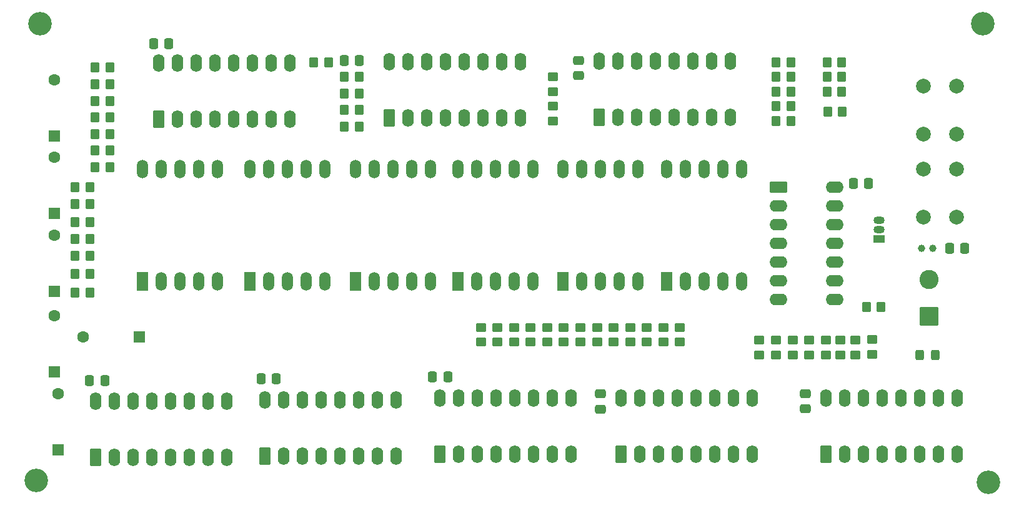
<source format=gbr>
%TF.GenerationSoftware,KiCad,Pcbnew,9.0.2*%
%TF.CreationDate,2025-11-07T18:09:28+05:30*%
%TF.ProjectId,v1,76312e6b-6963-4616-945f-706362585858,rev?*%
%TF.SameCoordinates,Original*%
%TF.FileFunction,Soldermask,Top*%
%TF.FilePolarity,Negative*%
%FSLAX46Y46*%
G04 Gerber Fmt 4.6, Leading zero omitted, Abs format (unit mm)*
G04 Created by KiCad (PCBNEW 9.0.2) date 2025-11-07 18:09:28*
%MOMM*%
%LPD*%
G01*
G04 APERTURE LIST*
G04 Aperture macros list*
%AMRoundRect*
0 Rectangle with rounded corners*
0 $1 Rounding radius*
0 $2 $3 $4 $5 $6 $7 $8 $9 X,Y pos of 4 corners*
0 Add a 4 corners polygon primitive as box body*
4,1,4,$2,$3,$4,$5,$6,$7,$8,$9,$2,$3,0*
0 Add four circle primitives for the rounded corners*
1,1,$1+$1,$2,$3*
1,1,$1+$1,$4,$5*
1,1,$1+$1,$6,$7*
1,1,$1+$1,$8,$9*
0 Add four rect primitives between the rounded corners*
20,1,$1+$1,$2,$3,$4,$5,0*
20,1,$1+$1,$4,$5,$6,$7,0*
20,1,$1+$1,$6,$7,$8,$9,0*
20,1,$1+$1,$8,$9,$2,$3,0*%
G04 Aperture macros list end*
%ADD10RoundRect,0.250000X-0.350000X-0.450000X0.350000X-0.450000X0.350000X0.450000X-0.350000X0.450000X0*%
%ADD11RoundRect,0.250000X0.550000X-0.950000X0.550000X0.950000X-0.550000X0.950000X-0.550000X-0.950000X0*%
%ADD12O,1.600000X2.400000*%
%ADD13RoundRect,0.250000X0.550000X-0.550000X0.550000X0.550000X-0.550000X0.550000X-0.550000X-0.550000X0*%
%ADD14C,1.600000*%
%ADD15RoundRect,0.250000X-0.337500X-0.475000X0.337500X-0.475000X0.337500X0.475000X-0.337500X0.475000X0*%
%ADD16RoundRect,0.250000X0.350000X0.450000X-0.350000X0.450000X-0.350000X-0.450000X0.350000X-0.450000X0*%
%ADD17RoundRect,0.250000X0.337500X0.475000X-0.337500X0.475000X-0.337500X-0.475000X0.337500X-0.475000X0*%
%ADD18RoundRect,0.250000X-0.450000X0.350000X-0.450000X-0.350000X0.450000X-0.350000X0.450000X0.350000X0*%
%ADD19R,1.524000X2.524000*%
%ADD20O,1.524000X2.524000*%
%ADD21RoundRect,0.250000X0.450000X-0.350000X0.450000X0.350000X-0.450000X0.350000X-0.450000X-0.350000X0*%
%ADD22RoundRect,0.250000X-0.475000X0.337500X-0.475000X-0.337500X0.475000X-0.337500X0.475000X0.337500X0*%
%ADD23RoundRect,0.250000X0.550000X0.550000X-0.550000X0.550000X-0.550000X-0.550000X0.550000X-0.550000X0*%
%ADD24C,3.200000*%
%ADD25RoundRect,0.250000X1.050000X-1.050000X1.050000X1.050000X-1.050000X1.050000X-1.050000X-1.050000X0*%
%ADD26C,2.600000*%
%ADD27R,1.500000X1.050000*%
%ADD28O,1.500000X1.050000*%
%ADD29RoundRect,0.250000X-0.950000X-0.550000X0.950000X-0.550000X0.950000X0.550000X-0.950000X0.550000X0*%
%ADD30O,2.400000X1.600000*%
%ADD31C,2.000000*%
%ADD32C,1.000000*%
%ADD33RoundRect,0.250000X0.325000X0.450000X-0.325000X0.450000X-0.325000X-0.450000X0.325000X-0.450000X0*%
G04 APERTURE END LIST*
D10*
%TO.C,R18*%
X58750000Y-74250000D03*
X60750000Y-74250000D03*
%TD*%
D11*
%TO.C,U8*%
X67380000Y-72250000D03*
D12*
X69920000Y-72250000D03*
X72460000Y-72250000D03*
X75000000Y-72250000D03*
X77540000Y-72250000D03*
X80080000Y-72250000D03*
X82620000Y-72250000D03*
X85160000Y-72250000D03*
X85160000Y-64630000D03*
X82620000Y-64630000D03*
X80080000Y-64630000D03*
X77540000Y-64630000D03*
X75000000Y-64630000D03*
X72460000Y-64630000D03*
X69920000Y-64630000D03*
X67380000Y-64630000D03*
%TD*%
D13*
%TO.C,D5*%
X53250000Y-85000000D03*
D14*
X53250000Y-77380000D03*
%TD*%
D15*
%TO.C,C6*%
X66635000Y-62000000D03*
X68710000Y-62000000D03*
%TD*%
D16*
%TO.C,R14*%
X58000000Y-93250000D03*
X56000000Y-93250000D03*
%TD*%
D17*
%TO.C,C1*%
X176575000Y-89750000D03*
X174500000Y-89750000D03*
%TD*%
D13*
%TO.C,D4*%
X53250000Y-95620000D03*
D14*
X53250000Y-88000000D03*
%TD*%
D10*
%TO.C,R11*%
X56000000Y-86250000D03*
X58000000Y-86250000D03*
%TD*%
%TO.C,R21*%
X58750000Y-67500000D03*
X60750000Y-67500000D03*
%TD*%
D18*
%TO.C,R50*%
X126750000Y-100500000D03*
X126750000Y-102500000D03*
%TD*%
%TO.C,R7*%
X157750000Y-102250000D03*
X157750000Y-104250000D03*
%TD*%
D19*
%TO.C,AFF3*%
X94000000Y-94240000D03*
D20*
X96540000Y-94240000D03*
X99080000Y-94240000D03*
X101620000Y-94240000D03*
X104160000Y-94240000D03*
X104160000Y-79000000D03*
X101620000Y-79000000D03*
X99080000Y-79000000D03*
X96540000Y-79000000D03*
X94000000Y-79000000D03*
%TD*%
D21*
%TO.C,R32*%
X115500000Y-102500000D03*
X115500000Y-100500000D03*
%TD*%
%TO.C,R2*%
X151000000Y-104250000D03*
X151000000Y-102250000D03*
%TD*%
D22*
%TO.C,C7*%
X127250000Y-109500000D03*
X127250000Y-111575000D03*
%TD*%
D23*
%TO.C,D6*%
X64750000Y-101750000D03*
D14*
X57130000Y-101750000D03*
%TD*%
D11*
%TO.C,U6*%
X81760000Y-118000000D03*
D12*
X84300000Y-118000000D03*
X86840000Y-118000000D03*
X89380000Y-118000000D03*
X91920000Y-118000000D03*
X94460000Y-118000000D03*
X97000000Y-118000000D03*
X99540000Y-118000000D03*
X99540000Y-110380000D03*
X97000000Y-110380000D03*
X94460000Y-110380000D03*
X91920000Y-110380000D03*
X89380000Y-110380000D03*
X86840000Y-110380000D03*
X84300000Y-110380000D03*
X81760000Y-110380000D03*
%TD*%
D19*
%TO.C,AFF2*%
X136170000Y-94240000D03*
D20*
X138710000Y-94240000D03*
X141250000Y-94240000D03*
X143790000Y-94240000D03*
X146330000Y-94240000D03*
X146330000Y-79000000D03*
X143790000Y-79000000D03*
X141250000Y-79000000D03*
X138710000Y-79000000D03*
X136170000Y-79000000D03*
%TD*%
D16*
%TO.C,R15*%
X58000000Y-95750000D03*
X56000000Y-95750000D03*
%TD*%
D10*
%TO.C,R27*%
X151000000Y-72500000D03*
X153000000Y-72500000D03*
%TD*%
D18*
%TO.C,R46*%
X135750000Y-100500000D03*
X135750000Y-102500000D03*
%TD*%
D24*
%TO.C,H1*%
X179000000Y-59250000D03*
%TD*%
D18*
%TO.C,R5*%
X159750000Y-102250000D03*
X159750000Y-104250000D03*
%TD*%
%TO.C,R44*%
X148750000Y-102250000D03*
X148750000Y-104250000D03*
%TD*%
D25*
%TO.C,J1*%
X171750000Y-99000000D03*
D26*
X171750000Y-94000000D03*
%TD*%
D10*
%TO.C,R43*%
X92500000Y-71000000D03*
X94500000Y-71000000D03*
%TD*%
D19*
%TO.C,AFF6*%
X65170000Y-94240000D03*
D20*
X67710000Y-94240000D03*
X70250000Y-94240000D03*
X72790000Y-94240000D03*
X75330000Y-94240000D03*
X75330000Y-79000000D03*
X72790000Y-79000000D03*
X70250000Y-79000000D03*
X67710000Y-79000000D03*
X65170000Y-79000000D03*
%TD*%
D13*
%TO.C,D7*%
X53250000Y-74500000D03*
D14*
X53250000Y-66880000D03*
%TD*%
D10*
%TO.C,R41*%
X92500000Y-68750000D03*
X94500000Y-68750000D03*
%TD*%
D18*
%TO.C,R47*%
X133500000Y-100500000D03*
X133500000Y-102500000D03*
%TD*%
D10*
%TO.C,R8*%
X163250000Y-97750000D03*
X165250000Y-97750000D03*
%TD*%
D16*
%TO.C,R39*%
X94500000Y-66500000D03*
X92500000Y-66500000D03*
%TD*%
D21*
%TO.C,R33*%
X117750000Y-102500000D03*
X117750000Y-100500000D03*
%TD*%
D22*
%TO.C,C9*%
X124250000Y-64250000D03*
X124250000Y-66325000D03*
%TD*%
%TO.C,C2*%
X155000000Y-109462500D03*
X155000000Y-111537500D03*
%TD*%
D10*
%TO.C,R51*%
X158000000Y-71250000D03*
X160000000Y-71250000D03*
%TD*%
D11*
%TO.C,U3*%
X105470000Y-117750000D03*
D12*
X108010000Y-117750000D03*
X110550000Y-117750000D03*
X113090000Y-117750000D03*
X115630000Y-117750000D03*
X118170000Y-117750000D03*
X120710000Y-117750000D03*
X123250000Y-117750000D03*
X123250000Y-110130000D03*
X120710000Y-110130000D03*
X118170000Y-110130000D03*
X115630000Y-110130000D03*
X113090000Y-110130000D03*
X110550000Y-110130000D03*
X108010000Y-110130000D03*
X105470000Y-110130000D03*
%TD*%
D10*
%TO.C,R12*%
X56000000Y-88500000D03*
X58000000Y-88500000D03*
%TD*%
D13*
%TO.C,D3*%
X53750000Y-117120000D03*
D14*
X53750000Y-109500000D03*
%TD*%
D27*
%TO.C,Q2*%
X165000000Y-88540000D03*
D28*
X165000000Y-87270000D03*
X165000000Y-86000000D03*
%TD*%
D10*
%TO.C,R42*%
X92500000Y-73250000D03*
X94500000Y-73250000D03*
%TD*%
D15*
%TO.C,C10*%
X92462500Y-64250000D03*
X94537500Y-64250000D03*
%TD*%
D21*
%TO.C,R36*%
X124500000Y-102500000D03*
X124500000Y-100500000D03*
%TD*%
D29*
%TO.C,U10*%
X151380000Y-81460000D03*
D30*
X151380000Y-84000000D03*
X151380000Y-86540000D03*
X151380000Y-89080000D03*
X151380000Y-91620000D03*
X151380000Y-94160000D03*
X151380000Y-96700000D03*
X159000000Y-96700000D03*
X159000000Y-94160000D03*
X159000000Y-91620000D03*
X159000000Y-89080000D03*
X159000000Y-86540000D03*
X159000000Y-84000000D03*
X159000000Y-81460000D03*
%TD*%
D16*
%TO.C,R29*%
X159912500Y-66500000D03*
X157912500Y-66500000D03*
%TD*%
D11*
%TO.C,U5*%
X98610000Y-72060000D03*
D12*
X101150000Y-72060000D03*
X103690000Y-72060000D03*
X106230000Y-72060000D03*
X108770000Y-72060000D03*
X111310000Y-72060000D03*
X113850000Y-72060000D03*
X116390000Y-72060000D03*
X116390000Y-64440000D03*
X113850000Y-64440000D03*
X111310000Y-64440000D03*
X108770000Y-64440000D03*
X106230000Y-64440000D03*
X103690000Y-64440000D03*
X101150000Y-64440000D03*
X98610000Y-64440000D03*
%TD*%
D15*
%TO.C,C8*%
X104462500Y-107250000D03*
X106537500Y-107250000D03*
%TD*%
D31*
%TO.C,SW1*%
X171000000Y-74250000D03*
X171000000Y-67750000D03*
X175500000Y-74250000D03*
X175500000Y-67750000D03*
%TD*%
D18*
%TO.C,R48*%
X131250000Y-100500000D03*
X131250000Y-102500000D03*
%TD*%
D21*
%TO.C,R35*%
X122250000Y-102500000D03*
X122250000Y-100500000D03*
%TD*%
D13*
%TO.C,D2*%
X53250000Y-106500000D03*
D14*
X53250000Y-98880000D03*
%TD*%
D24*
%TO.C,H3*%
X51250000Y-59250000D03*
%TD*%
D11*
%TO.C,U1*%
X157760000Y-117750000D03*
D12*
X160300000Y-117750000D03*
X162840000Y-117750000D03*
X165380000Y-117750000D03*
X167920000Y-117750000D03*
X170460000Y-117750000D03*
X173000000Y-117750000D03*
X175540000Y-117750000D03*
X175540000Y-110130000D03*
X173000000Y-110130000D03*
X170460000Y-110130000D03*
X167920000Y-110130000D03*
X165380000Y-110130000D03*
X162840000Y-110130000D03*
X160300000Y-110130000D03*
X157760000Y-110130000D03*
%TD*%
D19*
%TO.C,AFF4*%
X107920000Y-94240000D03*
D20*
X110460000Y-94240000D03*
X113000000Y-94240000D03*
X115540000Y-94240000D03*
X118080000Y-94240000D03*
X118080000Y-79000000D03*
X115540000Y-79000000D03*
X113000000Y-79000000D03*
X110460000Y-79000000D03*
X107920000Y-79000000D03*
%TD*%
D11*
%TO.C,U2*%
X130010000Y-117750000D03*
D12*
X132550000Y-117750000D03*
X135090000Y-117750000D03*
X137630000Y-117750000D03*
X140170000Y-117750000D03*
X142710000Y-117750000D03*
X145250000Y-117750000D03*
X147790000Y-117750000D03*
X147790000Y-110130000D03*
X145250000Y-110130000D03*
X142710000Y-110130000D03*
X140170000Y-110130000D03*
X137630000Y-110130000D03*
X135090000Y-110130000D03*
X132550000Y-110130000D03*
X130010000Y-110130000D03*
%TD*%
D10*
%TO.C,R25*%
X151000000Y-68500000D03*
X153000000Y-68500000D03*
%TD*%
%TO.C,R22*%
X58750000Y-65250000D03*
X60750000Y-65250000D03*
%TD*%
D21*
%TO.C,R4*%
X161750000Y-104250000D03*
X161750000Y-102250000D03*
%TD*%
%TO.C,R37*%
X120750000Y-68500000D03*
X120750000Y-66500000D03*
%TD*%
D15*
%TO.C,C3*%
X81212500Y-107500000D03*
X83287500Y-107500000D03*
%TD*%
D18*
%TO.C,R1*%
X164000000Y-102162500D03*
X164000000Y-104162500D03*
%TD*%
D21*
%TO.C,R30*%
X111000000Y-102500000D03*
X111000000Y-100500000D03*
%TD*%
D10*
%TO.C,R23*%
X151000000Y-64500000D03*
X153000000Y-64500000D03*
%TD*%
D31*
%TO.C,SW2*%
X171000000Y-85500000D03*
X171000000Y-79000000D03*
X175500000Y-85500000D03*
X175500000Y-79000000D03*
%TD*%
D10*
%TO.C,R20*%
X58750000Y-69750000D03*
X60750000Y-69750000D03*
%TD*%
D32*
%TO.C,Y1*%
X170750000Y-89750000D03*
X172250000Y-89750000D03*
%TD*%
D10*
%TO.C,R13*%
X56000000Y-90750000D03*
X58000000Y-90750000D03*
%TD*%
%TO.C,R24*%
X151000000Y-66500000D03*
X153000000Y-66500000D03*
%TD*%
%TO.C,R40*%
X88337500Y-64500000D03*
X90337500Y-64500000D03*
%TD*%
D18*
%TO.C,R6*%
X155500000Y-102250000D03*
X155500000Y-104250000D03*
%TD*%
D10*
%TO.C,R10*%
X56000000Y-83750000D03*
X58000000Y-83750000D03*
%TD*%
D19*
%TO.C,AFF1*%
X122170000Y-94240000D03*
D20*
X124710000Y-94240000D03*
X127250000Y-94240000D03*
X129790000Y-94240000D03*
X132330000Y-94240000D03*
X132330000Y-79000000D03*
X129790000Y-79000000D03*
X127250000Y-79000000D03*
X124710000Y-79000000D03*
X122170000Y-79000000D03*
%TD*%
D21*
%TO.C,R34*%
X120000000Y-102500000D03*
X120000000Y-100500000D03*
%TD*%
D18*
%TO.C,R49*%
X129000000Y-100500000D03*
X129000000Y-102500000D03*
%TD*%
D10*
%TO.C,R26*%
X151000000Y-70500000D03*
X153000000Y-70500000D03*
%TD*%
%TO.C,R16*%
X58750000Y-78750000D03*
X60750000Y-78750000D03*
%TD*%
D33*
%TO.C,D1*%
X172550000Y-104250000D03*
X170500000Y-104250000D03*
%TD*%
D10*
%TO.C,R19*%
X58750000Y-72000000D03*
X60750000Y-72000000D03*
%TD*%
%TO.C,R52*%
X157912500Y-68500000D03*
X159912500Y-68500000D03*
%TD*%
D11*
%TO.C,U7*%
X58760000Y-118120000D03*
D12*
X61300000Y-118120000D03*
X63840000Y-118120000D03*
X66380000Y-118120000D03*
X68920000Y-118120000D03*
X71460000Y-118120000D03*
X74000000Y-118120000D03*
X76540000Y-118120000D03*
X76540000Y-110500000D03*
X74000000Y-110500000D03*
X71460000Y-110500000D03*
X68920000Y-110500000D03*
X66380000Y-110500000D03*
X63840000Y-110500000D03*
X61300000Y-110500000D03*
X58760000Y-110500000D03*
%TD*%
D24*
%TO.C,H2*%
X179750000Y-121500000D03*
%TD*%
D10*
%TO.C,R17*%
X58750000Y-76500000D03*
X60750000Y-76500000D03*
%TD*%
%TO.C,R9*%
X56000000Y-81500000D03*
X58000000Y-81500000D03*
%TD*%
D15*
%TO.C,C5*%
X57962500Y-107750000D03*
X60037500Y-107750000D03*
%TD*%
D11*
%TO.C,U4*%
X127010000Y-72000000D03*
D12*
X129550000Y-72000000D03*
X132090000Y-72000000D03*
X134630000Y-72000000D03*
X137170000Y-72000000D03*
X139710000Y-72000000D03*
X142250000Y-72000000D03*
X144790000Y-72000000D03*
X144790000Y-64380000D03*
X142250000Y-64380000D03*
X139710000Y-64380000D03*
X137170000Y-64380000D03*
X134630000Y-64380000D03*
X132090000Y-64380000D03*
X129550000Y-64380000D03*
X127010000Y-64380000D03*
%TD*%
D19*
%TO.C,AFF5*%
X79750000Y-94240000D03*
D20*
X82290000Y-94240000D03*
X84830000Y-94240000D03*
X87370000Y-94240000D03*
X89910000Y-94240000D03*
X89910000Y-79000000D03*
X87370000Y-79000000D03*
X84830000Y-79000000D03*
X82290000Y-79000000D03*
X79750000Y-79000000D03*
%TD*%
D16*
%TO.C,R28*%
X159912500Y-64500000D03*
X157912500Y-64500000D03*
%TD*%
D24*
%TO.C,H4*%
X50750000Y-121250000D03*
%TD*%
D21*
%TO.C,R31*%
X113250000Y-102500000D03*
X113250000Y-100500000D03*
%TD*%
D15*
%TO.C,C4*%
X161462500Y-81000000D03*
X163537500Y-81000000D03*
%TD*%
D18*
%TO.C,R45*%
X138000000Y-100500000D03*
X138000000Y-102500000D03*
%TD*%
D21*
%TO.C,R38*%
X120750000Y-72500000D03*
X120750000Y-70500000D03*
%TD*%
%TO.C,R3*%
X153250000Y-104250000D03*
X153250000Y-102250000D03*
%TD*%
M02*

</source>
